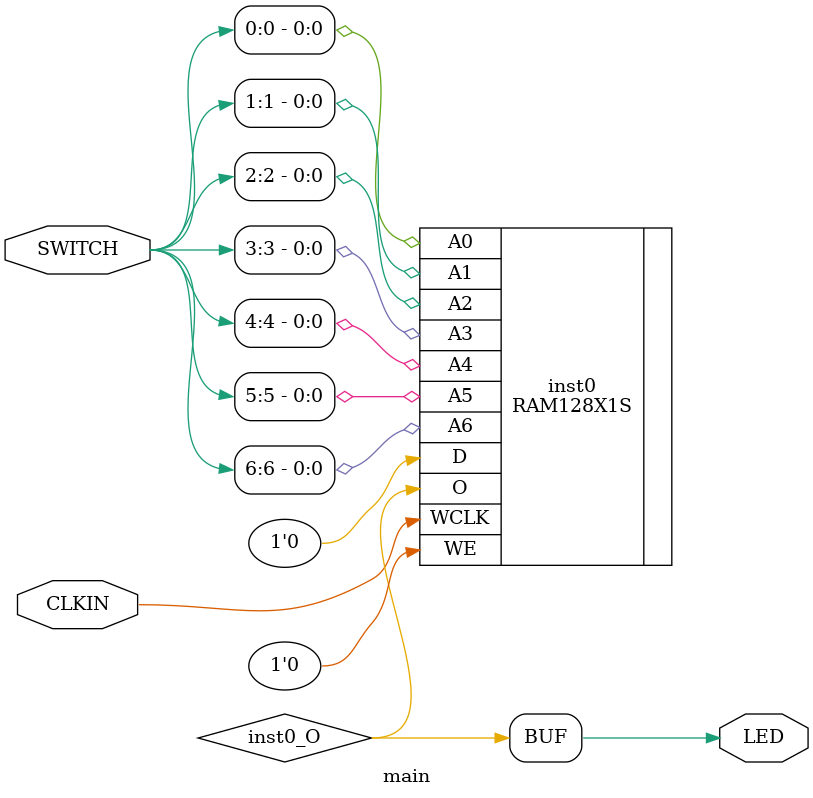
<source format=v>
module main (output [0:0] LED, input [6:0] SWITCH, input  CLKIN);
wire  inst0_O;
RAM128X1S #(.INIT(128'hAAAAAAAAAAAAAAAAAAAAAAAAAAAAAAAA)) inst0 (.A0(SWITCH[0]), .A1(SWITCH[1]), .A2(SWITCH[2]), .A3(SWITCH[3]), .A4(SWITCH[4]), .A5(SWITCH[5]), .A6(SWITCH[6]), .D(1'b0), .O(inst0_O), .WE(1'b0), .WCLK(CLKIN));
assign LED = {inst0_O};
endmodule


</source>
